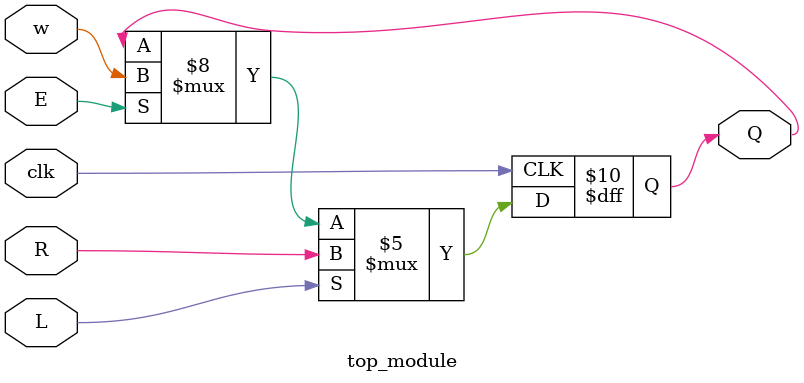
<source format=sv>
module top_module (
    input clk,
    input w, R, E, L,
    output Q
);
    reg mux1, mux2;
    always @(posedge clk) begin
        if(E==1)
            mux1=w;
        else 
        	mux1=Q;
        if(L==1)
            mux2=R;
        else
            mux2=mux1;
        Q=mux2;
    end

endmodule

</source>
